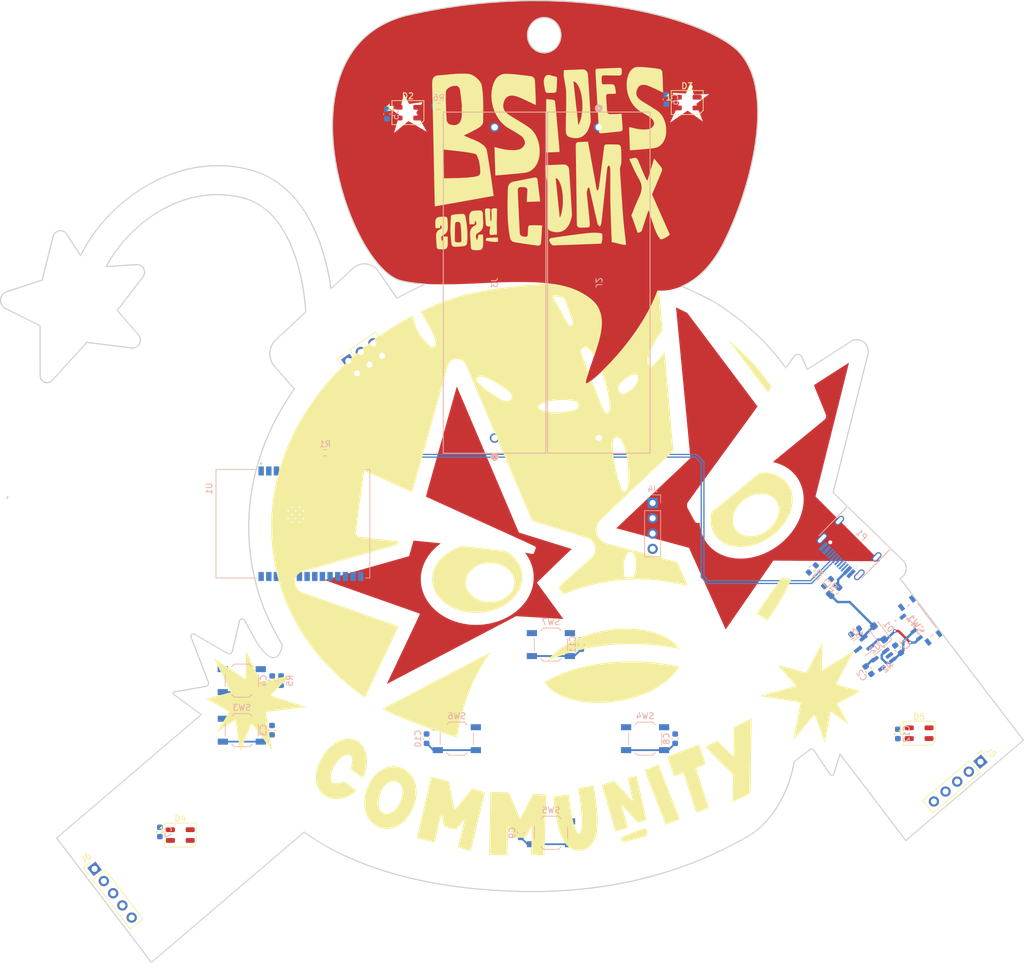
<source format=kicad_pcb>
(kicad_pcb (version 20240108) (generator "pcbnew") (generator_version "8.0")
  (layers (0 "F.Cu" signal) (31 "B.Cu" signal) (34 "B.Paste" user) (35 "F.Paste" user) (36 "B.SilkS" user "B.Silkscreen") (37 "F.SilkS" user "F.Silkscreen") (38 "B.Mask" user) (39 "F.Mask" user) (44 "Edge.Cuts" user))
  (net 0 "")
  (net 1 "GND")
  (net 2 "Net-(SW1-B)")
  (net 3 "+3V3")
  (net 4 "/BOOT")
  (net 5 "/EN")
  (net 6 "/GPIO1")
  (net 7 "/GPIO22")
  (net 8 "/GPIO15")
  (net 9 "/GPIO23")
  (net 10 "Net-(D1-K)")
  (net 11 "VBUS")
  (net 12 "Net-(D2-DOUT)")
  (net 13 "Net-(D2-DIN)")
  (net 14 "Net-(D3-DOUT)")
  (net 15 "Net-(D4-DOUT)")
  (net 17 "Net-(F1-Pad1)")
  (net 24 "Net-(J2-Pin_1)")
  (net 25 "+BATT")
  (net 26 "/SDA")
  (net 27 "/SCL")
  (net 28 "/D-")
  (net 29 "/D+")
  (net 30 "Net-(P1-VCONN)")
  (net 31 "Net-(P1-CC)")
  (net 32 "/PIN")
  (net 44 "/RX")
  (net 46 "/TX")
  (footprint "LED_SMD:LED_WS2812B-Mini_PLCC4_3.5x3.5mm" (layer "F.Cu") (at 203.65 142.64)
    (property "Reference" "D5")
    (property "Value" "WS2812B")
  )
  (footprint "Connector_PinHeader_2.54mm:PinHeader_1x05_P2.54mm_Vertical" (layer "F.Cu") (at 213.82169 147.370705 -49.509)
    (property "Reference" "J5")
    (property "Value" "Conn_01x05")
  )
  (footprint "LED_SMD:LED_WS2812B-Mini_PLCC4_3.5x3.5mm" (layer "F.Cu") (at 81.17 159.54)
    (property "Reference" "D4")
    (property "Value" "WS2812B")
  )
  (footprint "LED_SMD:LED_WS2812B-Mini_PLCC4_3.5x3.5mm" (layer "F.Cu") (at 118.9 39.72)
    (property "Reference" "D2")
    (property "Value" "WS2812B")
  )
  (footprint "LED_SMD:LED_WS2812B-Mini_PLCC4_3.5x3.5mm" (layer "F.Cu") (at 165.2 38.05)
    (property "Reference" "D3")
    (property "Value" "WS2812B")
  )
  (footprint "Connector_PinHeader_2.54mm:PinHeader_1x05_P2.54mm_Vertical" (layer "F.Cu") (at 66.954891 165.142758 37.296)
    (property "Reference" "J6")
    (property "Value" "Conn_01x05")
  )
  (footprint "Community:Badge Community_Bsides 2024 CDMX" (layer "F.Cu") (at 136.216261 100.87051)
    (property "Reference" "Ref**" (hide yes))
    (property "Value" "Val**" (hide yes))
  )
  (footprint "Connector_PinSocket_2.54mm:PinSocket_2x03_P2.54mm_Vertical" (layer "F.Cu") (at 109.009685 80.885955 125)
    (property "Reference" "J1")
    (property "Value" "Conn_02x03_Odd_Even")
  )
  (footprint "Capacitor_SMD:C_0603_1608Metric" (layer "B.Cu") (at 122 143.55 -90)
    (property "Reference" "C10")
    (property "Value" "0.1uF")
  )
  (footprint "Community:BATT_8BH-AA-A1AJ020_MYG" (layer "B.Cu") (at 150.54 42.13 90)
    (property "Reference" "J2")
    (property "Value" "Battery")
  )
  (footprint "Community:BATT_8BH-AA-A1AJ020_MYG" (layer "B.Cu") (at 133.27 93.690011 -90)
    (property "Reference" "J3")
    (property "Value" "Battery")
  )
  (footprint "Button_Switch_SMD:SW_SPST_TL3342" (layer "B.Cu") (at 91.37 142.14 180)
    (property "Reference" "SW3")
    (property "Value" "BOOT")
  )
  (footprint "Fuse:Fuse_0805_2012Metric" (layer "B.Cu") (at 189.55 119 -134.3)
    (property "Reference" "F1")
    (property "Value" "0.5A")
  )
  (footprint "Button_Switch_SMD:SW_SPST_TL3342" (layer "B.Cu") (at 127.01 143.55 180)
    (property "Reference" "SW6")
    (property "Value" "RESET")
  )
  (footprint "Capacitor_SMD:C_0603_1608Metric" (layer "B.Cu") (at 161.73 37.53 90)
    (property "Reference" "C6")
    (property "Value" "0.1uF")
  )
  (footprint "Resistor_SMD:R_0603_1608Metric" (layer "B.Cu") (at 105.165 96.13 180)
    (property "Reference" "R1")
    (property "Value" "3.3K")
  )
  (footprint "Capacitor_SMD:C_0603_1608Metric" (layer "B.Cu") (at 147.63 127.94 -90)
    (property "Reference" "C11")
    (property "Value" "0.1uF")
  )
  (footprint "Capacitor_SMD:C_0603_1608Metric" (layer "B.Cu") (at 200.15 128.7 127.4)
    (property "Reference" "C1")
    (property "Value" "10uF")
  )
  (footprint "bsides:MSK12C02" (layer "B.Cu") (at 203.835982 123.943418 -52.6)
    (property "Reference" "SW1")
    (property "Value" "ON" (hide yes))
  )
  (footprint "Button_Switch_SMD:SW_SPST_TL3342" (layer "B.Cu") (at 142.626711 159.154996 180)
    (property "Reference" "SW5")
    (property "Value" "~")
  )
  (footprint "Resistor_SMD:R_0603_1608Metric" (layer "B.Cu") (at 185.94 115.4 45.7)
    (property "Reference" "R3")
    (property "Value" "5k1")
  )
  (footprint "bsides:XCVR_ESP32-C6-WROOM-1-N8" (layer "B.Cu") (at 99.83 107.9 -90)
    (property "Reference" "U1")
    (property "Value" "ESP32-C6-WROOM-1U-N4")
  )
  (footprint "Resistor_SMD:R_0603_1608Metric" (layer "B.Cu") (at 193.037007 125.764694 -142.6)
    (property "Reference" "R2")
    (property "Value" "100K")
  )
  (footprint "Package_TO_SOT_SMD:SOT-23-5" (layer "B.Cu") (at 197.796353 130.43089 -142.6)
    (property "Reference" "U2")
    (property "Value" "AP2112K-3.3")
  )
  (footprint "bsides:Display OLED 128 x32" (layer "B.Cu") (at 159.47 104.45 180)
    (property "Reference" "J4")
    (property "Value" "OLED")
  )
  (footprint "Button_Switch_SMD:SW_SPST_TL3342" (layer "B.Cu") (at 158.22 143.55 180)
    (property "Reference" "SW4")
    (property "Value" "RESET")
  )
  (footprint "Package_TO_SOT_SMD:SOT-23" (layer "B.Cu") (at 194.267007 128.169694 -142.6)
    (property "Reference" "Q1")
    (property "Value" "DMG3415U-7")
  )
  (footprint "Capacitor_SMD:C_0603_1608Metric" (layer "B.Cu") (at 195.25 132.19 -52.6)
    (property "Reference" "C2")
    (property "Value" "10uF")
  )
  (footprint "Capacitor_SMD:C_0603_1608Metric" (layer "B.Cu") (at 77.79 159.02 90)
    (property "Reference" "C7")
    (property "Value" "0.1uF")
  )
  (footprint "Capacitor_SMD:C_0603_1608Metric" (layer "B.Cu") (at 200.12 142.765 90)
    (property "Reference" "C12")
    (property "Value" "0.1uF")
  )
  (footprint "Button_Switch_SMD:SW_SPST_TL3342" (layer "B.Cu") (at 91.36 133.92 180)
    (property "Reference" "SW2" (hide yes))
    (property "Value" "RESET")
  )
  (footprint "bsides:C393939" (layer "B.Cu") (at 190.633371 113.357279 -44.3)
    (property "Reference" "P1")
    (property "Value" "USB_C_Plug_USB2.0" (hide yes))
  )
  (footprint "Capacitor_SMD:C_0603_1608Metric" (layer "B.Cu") (at 96.37 142.14 -90)
    (property "Reference" "C3")
    (property "Value" "0.1uF")
  )
  (footprint "Resistor_SMD:R_0603_1608Metric" (layer "B.Cu") (at 188.46 117.66 45.7)
    (property "Reference" "R4")
    (property "Value" "5k1")
  )
  (footprint "Diode_SMD:D_SOD-123F" (layer "B.Cu") (at 196.986681 126.002513 127.4)
    (property "Reference" "D1")
    (property "Value" "MBR120")
  )
  (footprint "Button_Switch_SMD:SW_SPST_TL3342" (layer "B.Cu") (at 142.603289 127.945004 180)
    (property "Reference" "SW7")
    (property "Value" "~")
  )
  (footprint "Capacitor_SMD:C_0603_1608Metric" (layer "B.Cu") (at 137.61 159.16 -90)
    (property "Reference" "C9")
    (property "Value" "0.1uF")
  )
  (footprint "Capacitor_SMD:C_0603_1608Metric" (layer "B.Cu") (at 163.2 143.55 -90)
    (property "Reference" "C8")
    (property "Value" "0.1uF")
  )
  (footprint "Capacitor_SMD:C_0603_1608Metric" (layer "B.Cu") (at 96.4 133.92 -90)
    (property "Reference" "C4")
    (property "Value" "0.1uF")
  )
  (footprint "Capacitor_SMD:C_0603_1608Metric" (layer "B.Cu") (at 115.409752 39.95371 90)
    (property "Reference" "C5")
    (property "Value" "0.1uF")
  )
  (footprint "Resistor_SMD:R_0603_1608Metric" (layer "B.Cu") (at 97.87 133.92 90)
    (property "Reference" "R5")
    (property "Value" "10K")
  )
  (footprint "Resistor_SMD:R_0603_1608Metric" (layer "B.Cu") (at 124.019752 38.67371 180)
    (property "Reference" "R6")
    (property "Value" "470")
  )
  (gr_curve (pts (xy 119.200054 67.891138) (xy 119.043115 67.867397) (xy 118.88615 67.839723) (xy 118.732952 67.812022)) (stroke (width 0.2)) (layer "Edge.Cuts"))
  (gr_curve (pts (xy 92.877898 113.66701) (xy 91.506492 103.866106) (xy 94.058722 94.077061) (xy 100.067536 85.530422)) (stroke (width 0.2)) (layer "Edge.Cuts"))
  (gr_line (start 100.067536 85.530422) (end 96.775397 81.76753) (stroke (width 0.2)) (layer "Edge.Cuts"))
  (gr_curve (pts (xy 111.898315 64.804861) (xy 112.675559 64.86422) (xy 113.385562 65.244082) (xy 113.890026 65.873193)) (stroke (width 0.2)) (layer "Edge.Cuts"))
  (gr_line (start 62.333135 59.86682) (end 64.649967 63.427913) (stroke (width 0.2)) (layer "Edge.Cuts"))
  (gr_curve (pts (xy 200.972901 113.99543) (xy 201.484846 114.493986) (xy 201.649266 115.257639) (xy 201.395162 115.946113)) (stroke (width 0.2)) (layer "Edge.Cuts"))
  (gr_line (start 60.66651 160.024535) (end 84.630736 139.564069) (stroke (width 0.2)) (layer "Edge.Cuts"))
  (gr_curve (pts (xy 165.544103 67.891138) (xy 165.428262 67.962379) (xy 165.316139 68.02964) (xy 165.204042 68.088976)) (stroke (width 0.2)) (layer "Edge.Cuts"))
  (gr_curve (pts (xy 167.431194 66.490449) (xy 166.79219 67.068145) (xy 166.156927 67.527123) (xy 165.544103 67.891138)) (stroke (width 0.2)) (layer "Edge.Cuts"))
  (gr_curve (pts (xy 169.247285 64.512064) (xy 169.232337 64.535805) (xy 169.21739 64.555584) (xy 169.198706 64.575384)) (stroke (width 0.2)) (layer "Edge.Cuts"))
  (gr_line (start 106.166026 68.90409) (end 109.779524 65.556655) (stroke (width 0.2)) (layer "Edge.Cuts"))
  (gr_curve (pts (xy 171.074593 61.643406) (xy 171.048435 61.690887) (xy 171.026015 61.738364) (xy 170.999853 61.781908)) (stroke (width 0.2)) (layer "Edge.Cuts"))
  (gr_curve (pts (xy 168.115039 65.829672) (xy 168.040299 65.908812) (xy 167.961818 65.98399) (xy 167.887075 66.059173)) (stroke (width 0.2)) (layer "Edge.Cuts"))
  (gr_line (start 85.822778 134.163098) (end 82.952904 126.724351) (stroke (width 0.2)) (layer "Edge.Cuts"))
  (gr_line (start 84.630736 139.564069) (end 80.071812 136.196854) (stroke (width 0.2)) (layer "Edge.Cuts"))
  (gr_curve (pts (xy 117.070063 70.47096) (xy 118.037911 69.948662) (xy 120.687301 68.638975) (xy 121.714927 68.160218)) (stroke (width 0.2)) (layer "Edge.Cuts"))
  (gr_line (start 188.92539 149.511397) (end 186.227398 145.51111) (stroke (width 0.2)) (layer "Edge.Cuts"))
  (gr_curve (pts (xy 74.410541 78.0363) (xy 74.171381 78.530896) (xy 73.663177 78.819756) (xy 73.147496 78.752475)) (stroke (width 0.2)) (layer "Edge.Cuts"))
  (gr_curve (pts (xy 101.973325 72.765882) (xy 101.969588 72.603666) (xy 101.315641 56.519385) (xy 91.704529 53.903967)) (stroke (width 0.2)) (layer "Edge.Cuts"))
  (gr_curve (pts (xy 170.020806 71.337492) (xy 174.673151 74.281329) (xy 178.548233 77.905746) (xy 181.537689 82.040551)) (stroke (width 0.2)) (layer "Edge.Cuts"))
  (gr_curve (pts (xy 64.649967 63.427913) (xy 66.813578 58.956767) (xy 70.56162 54.889195) (xy 75.113063 52.119456)) (stroke (width 0.2)) (layer "Edge.Cuts"))
  (gr_line (start 195.143447 79.864328) (end 189.388759 102.726556) (stroke (width 0.2)) (layer "Edge.Cuts"))
  (gr_curve (pts (xy 121.714927 68.160218) (xy 121.232884 68.128564) (xy 120.762041 68.088976) (xy 120.298679 68.037558)) (stroke (width 0.2)) (layer "Edge.Cuts"))
  (gr_line (start 80.157774 135.789319) (end 85.452837 134.863431) (stroke (width 0.2)) (layer "Edge.Cuts"))
  (gr_curve (pts (xy 173.163461 29.071271) (xy 179.93086 34.903546) (xy 176.388336 50.789986) (xy 171.418373 60.96679)) (stroke (width 0.2)) (layer "Edge.Cuts"))
  (gr_line (start 97.007077 77.387386) (end 101.973325 72.765882) (stroke (width 0.2)) (layer "Edge.Cuts"))
  (gr_curve (pts (xy 194.452143 77.759322) (xy 195.068726 78.249981) (xy 195.341506 79.072974) (xy 195.143447 79.864328)) (stroke (width 0.2)) (layer "Edge.Cuts"))
  (gr_curve (pts (xy 141.393039 23.939356) (xy 142.921384 23.883954) (xy 144.203109 25.146163) (xy 144.259173 26.764494)) (stroke (width 0.2)) (layer "Edge.Cuts"))
  (gr_curve (pts (xy 61.073827 59.308927) (xy 61.56335 59.217906) (xy 62.052873 59.439485) (xy 62.333135 59.86682)) (stroke (width 0.2)) (layer "Edge.Cuts"))
  (gr_curve (pts (xy 141.59108 29.795368) (xy 140.062732 29.854727) (xy 138.781006 28.588557) (xy 138.728687 26.97023)) (stroke (width 0.2)) (layer "Edge.Cuts"))
  (gr_curve (pts (xy 90.979586 124.045633) (xy 91.076747 123.626216) (xy 91.611108 123.543116) (xy 91.81663 123.919013)) (stroke (width 0.2)) (layer "Edge.Cuts"))
  (gr_curve (pts (xy 119.271054 23.452654) (xy 145.268114 17.64808) (xy 167.244349 23.967054) (xy 173.163461 29.071271)) (stroke (width 0.2)) (layer "Edge.Cuts"))
  (gr_curve (pts (xy 75.113063 52.119456) (xy 80.759394 48.681023) (xy 87.055925 47.656232) (xy 92.840537 49.231018)) (stroke (width 0.2)) (layer "Edge.Cuts"))
  (gr_curve (pts (xy 93.954102 127.780824) (xy 96.797818 131.935433) (xy 97.780602 129.593009) (xy 98.105705 128.041959)) (stroke (width 0.2)) (layer "Edge.Cuts"))
  (gr_curve (pts (xy 170.999853 61.781908) (xy 170.932594 61.912466) (xy 170.861591 62.039083) (xy 170.786851 62.165703)) (stroke (width 0.2)) (layer "Edge.Cuts"))
  (gr_line (start 73.147496 78.752475) (end 65.662634 77.826603) (stroke (width 0.2)) (layer "Edge.Cuts"))
  (gr_curve (pts (xy 58.663574 84.41857) (xy 58.218892 84.232613) (xy 57.93489 83.785495) (xy 57.93489 83.27902)) (stroke (width 0.2)) (layer "Edge.Cuts"))
  (gr_curve (pts (xy 101.992013 159.260882) (xy 101.894852 159.189664) (xy 101.797691 159.118443) (xy 101.70053 159.043264)) (stroke (width 0.2)) (layer "Edge.Cuts"))
  (gr_curve (pts (xy 59.171778 84.509568) (xy 59.003617 84.517481) (xy 58.827998 84.489784) (xy 58.663574 84.41857)) (stroke (width 0.2)) (layer "Edge.Cuts"))
  (gr_line (start 118.732952 67.812022) (end 118.714268 67.812022) (stroke (width 0.2)) (layer "Edge.Cuts"))
  (gr_line (start 185.083931 82.32149) (end 192.35205 77.652505) (stroke (width 0.2)) (layer "Edge.Cuts"))
  (gr_line (start 190.528478 146.104626) (end 189.497112 149.420399) (stroke (width 0.2)) (layer "Edge.Cuts"))
  (gr_line (start 91.81663 123.919013) (end 93.954102 127.780824) (stroke (width 0.2)) (layer "Edge.Cuts"))
  (gr_curve (pts (xy 170.786851 62.165703) (xy 170.45801 62.759219) (xy 170.117967 63.301296) (xy 169.770447 63.799849)) (stroke (width 0.2)) (layer "Edge.Cuts"))
  (gr_line (start 76.383574 180.659075) (end 60.66651 160.024535) (stroke (width 0.2)) (layer "Edge.Cuts"))
  (gr_curve (pts (xy 85.452837 134.863431) (xy 85.75926 134.808056) (xy 85.938619 134.467754) (xy 85.822778 134.163098)) (stroke (width 0.2)) (layer "Edge.Cuts"))
  (gr_curve (pts (xy 137.446961 168.87979) (xy 120.631271 168.484113) (xy 109.125588 164.321583) (xy 101.992013 159.260882)) (stroke (width 0.2)) (layer "Edge.Cuts"))
  (gr_curve (pts (xy 109.779524 65.556655) (xy 110.366208 65.014578) (xy 111.117313 64.745521) (xy 111.898315 64.804861)) (stroke (width 0.2)) (layer "Edge.Cuts"))
  (gr_curve (pts (xy 52.180199 72.180284) (xy 51.657036 71.915188) (xy 51.343132 71.34541) (xy 51.384256 70.732118)) (stroke (width 0.2)) (layer "Edge.Cuts"))
  (gr_curve (pts (xy 182.950196 80.10571) (xy 183.297739 79.622972) (xy 184.007724 79.717931) (xy 184.239403 80.275847)) (stroke (width 0.2)) (layer "Edge.Cuts"))
  (gr_curve (pts (xy 59.937822 84.129734) (xy 59.72856 84.359234) (xy 59.45578 84.489788) (xy 59.171778 84.509568)) (stroke (width 0.2)) (layer "Edge.Cuts"))
  (gr_curve (pts (xy 186.227398 145.51111) (xy 186.062978 145.269751) (xy 185.745356 145.214353) (xy 185.517395 145.388451)) (stroke (width 0.2)) (layer "Edge.Cuts"))
  (gr_curve (pts (xy 182.927783 147.358914) (xy 182.075799 152.653072) (xy 179.048963 157.567377) (xy 175.293463 159.727781)) (stroke (width 0.2)) (layer "Edge.Cuts"))
  (gr_curve (pts (xy 200.685159 116.824528) (xy 200.610419 116.872009) (xy 200.53196 116.911565) (xy 200.449739 116.947188)) (stroke (width 0.2)) (layer "Edge.Cuts"))
  (gr_line (start 57.923691 75.068722) (end 52.180199 72.180284) (stroke (width 0.2)) (layer "Edge.Cuts"))
  (gr_curve (pts (xy 168.342982 65.588313) (xy 168.268241 65.67139) (xy 168.189761 65.750529) (xy 168.115039 65.829672)) (stroke (width 0.2)) (layer "Edge.Cuts"))
  (gr_curve (pts (xy 117.80248 67.618144) (xy 108.968641 65.501256) (xy 96.610974 28.513378) (xy 119.271054 23.452654)) (stroke (width 0.2)) (layer "Edge.Cuts"))
  (gr_curve (pts (xy 118.306943 67.728922) (xy 118.135064 67.693311) (xy 117.966904 67.657704) (xy 117.80248 67.618144)) (stroke (width 0.2)) (layer "Edge.Cuts"))
  (gr_curve (pts (xy 96.775397 81.76753) (xy 96.244776 81.154235) (xy 95.975714 80.35892) (xy 96.020552 79.52801)) (stroke (width 0.2)) (layer "Edge.Cuts"))
  (gr_curve (pts (xy 96.020552 79.52801) (xy 96.065417 78.697096) (xy 96.416678 77.937381) (xy 97.007077 77.387386)) (stroke (width 0.2)) (layer "Edge.Cuts"))
  (gr_curve (pts (xy 138.728687 26.97023) (xy 138.672627 25.35586) (xy 139.868413 23.998692) (xy 141.393039 23.939356)) (stroke (width 0.2)) (layer "Edge.Cuts"))
  (gr_line (start 89.806243 129.003454) (end 90.979586 124.045633) (stroke (width 0.2)) (layer "Edge.Cuts"))
  (gr_line (start 65.662634 77.826603) (end 59.937822 84.129734) (stroke (width 0.2)) (layer "Edge.Cuts"))
  (gr_line (start 52.370758 69.422427) (end 58.271212 67.487563) (stroke (width 0.2)) (layer "Edge.Cuts"))
  (gr_curve (pts (xy 167.887075 66.059173) (xy 167.808616 66.138288) (xy 167.730136 66.213467) (xy 167.651655 66.28865)) (stroke (width 0.2)) (layer "Edge.Cuts"))
  (gr_curve (pts (xy 82.952904 126.724351) (xy 82.814642 126.360336) (xy 83.184587 126.012136) (xy 83.509686 126.202077)) (stroke (width 0.2)) (layer "Edge.Cuts"))
  (gr_line (start 57.93489 83.27902) (end 57.923691 75.068722) (stroke (width 0.2)) (layer "Edge.Cuts"))
  (gr_curve (pts (xy 51.384256 70.732118) (xy 51.429098 70.118799) (xy 51.813975 69.604423) (xy 52.370758 69.422427)) (stroke (width 0.2)) (layer "Edge.Cuts"))
  (gr_curve (pts (xy 73.969596 64.911702) (xy 74.444157 64.880047) (xy 74.888839 65.145163) (xy 75.105582 65.592254)) (stroke (width 0.2)) (layer "Edge.Cuts"))
  (gr_curve (pts (xy 175.293463 159.727781) (xy 166.863197 164.574824) (xy 154.673694 169.287326) (xy 137.446961 168.87979)) (stroke (width 0.2)) (layer "Edge.Cuts"))
  (gr_curve (pts (xy 118.714268 67.812022) (xy 118.576005 67.784325) (xy 118.441465 67.756623) (xy 118.306943 67.728922)) (stroke (width 0.2)) (layer "Edge.Cuts"))
  (gr_curve (pts (xy 165.204042 68.088976) (xy 164.920039 68.247255) (xy 164.63606 68.385734) (xy 164.363257 68.504457)) (stroke (width 0.2)) (layer "Edge.Cuts"))
  (gr_curve (pts (xy 169.770447 63.799849) (xy 169.598546 64.049126) (xy 169.422926 64.286524) (xy 169.247285 64.512064)) (stroke (width 0.2)) (layer "Edge.Cuts"))
  (gr_curve (pts (xy 91.704529 53.903967) (xy 81.652498 51.165891) (xy 72.452447 58.383035) (xy 68.898728 65.248019)) (stroke (width 0.2)) (layer "Edge.Cuts"))
  (gr_line (start 113.890026 65.873193) (end 117.070063 70.47096) (stroke (width 0.2)) (layer "Edge.Cuts"))
  (gr_curve (pts (xy 201.395162 115.946113) (xy 201.253163 116.325971) (xy 201.002777 116.63065) (xy 200.685159 116.824528)) (stroke (width 0.2)) (layer "Edge.Cuts"))
  (gr_curve (pts (xy 171.418373 60.96679) (xy 171.358595 61.085513) (xy 171.302532 61.204212) (xy 171.242754 61.318947)) (stroke (width 0.2)) (layer "Edge.Cuts"))
  (gr_curve (pts (xy 98.105705 128.041959) (xy 94.981728 122.898158) (xy 93.965301 118.78707) (xy 93.965301 118.78707)) (stroke (width 0.2)) (layer "Edge.Cuts"))
  (gr_curve (pts (xy 168.813825 65.054137) (xy 168.735344 65.149096) (xy 168.653145 65.244078) (xy 168.570924 65.335076)) (stroke (width 0.2)) (layer "Edge.Cuts"))
  (gr_line (start 58.271212 67.487563) (end 60.068622 60.286238) (stroke (width 0.2)) (layer "Edge.Cuts"))
  (gr_line (start 181.537689 82.040551) (end 182.950196 80.10571) (stroke (width 0.2)) (layer "Edge.Cuts"))
  (gr_curve (pts (xy 164.363257 68.504457) (xy 165.895368 69.256227) (xy 168.582142 70.427443) (xy 170.020806 71.337492)) (stroke (width 0.2)) (layer "Edge.Cuts"))
  (gr_curve (pts (xy 120.298679 68.037558) (xy 120.085677 68.017774) (xy 119.872678 67.990053) (xy 119.667157 67.958418)) (stroke (width 0.2)) (layer "Edge.Cuts"))
  (gr_curve (pts (xy 119.667157 67.958418) (xy 119.510218 67.938635) (xy 119.353253 67.914898) (xy 119.200054 67.891138)) (stroke (width 0.2)) (layer "Edge.Cuts"))
  (gr_curve (pts (xy 189.497112 149.420399) (xy 189.414913 149.689456) (xy 189.078588 149.740898) (xy 188.92539 149.511397)) (stroke (width 0.2)) (layer "Edge.Cuts"))
  (gr_curve (pts (xy 92.840537 49.231018) (xy 102.418007 51.838541) (xy 105.302824 62.988715) (xy 106.166026 68.90409)) (stroke (width 0.2)) (layer "Edge.Cuts"))
  (gr_curve (pts (xy 88.965459 129.391233) (xy 89.298017 129.585111) (xy 89.712823 129.39519) (xy 89.806243 129.003454)) (stroke (width 0.2)) (layer "Edge.Cuts"))
  (gr_line (start 74.974801 66.969226) (end 70.714819 72.520562) (stroke (width 0.2)) (layer "Edge.Cuts"))
  (gr_curve (pts (xy 93.965301 118.78707) (xy 93.487 117.121286) (xy 93.120799 115.411957) (xy 92.877898 113.66701)) (stroke (width 0.2)) (layer "Edge.Cuts"))
  (gr_line (start 185.517395 145.388451) (end 182.927783 147.358914) (stroke (width 0.2)) (layer "Edge.Cuts"))
  (gr_line (start 70.714819 72.520562) (end 74.212478 76.536692) (stroke (width 0.2)) (layer "Edge.Cuts"))
  (gr_line (start 220.931242 143.797825) (end 201.44 160.44) (stroke (width 0.2)) (layer "Edge.Cuts"))
  (gr_curve (pts (xy 169.198706 64.575384) (xy 169.071665 64.741561) (xy 168.940865 64.899819) (xy 168.813825 65.054137)) (stroke (width 0.2)) (layer "Edge.Cuts"))
  (gr_line (start 200.449739 116.947188) (end 220.931242 143.797825) (stroke (width 0.2)) (layer "Edge.Cuts"))
  (gr_curve (pts (xy 52.591889 103.349108) (xy 52.535628 103.475251) (xy 52.482862 103.601369) (xy 52.426601 103.723274)) (stroke (width 0.2)) (layer "Edge.Cuts"))
  (gr_curve (pts (xy 144.259173 26.764494) (xy 144.311492 28.382801) (xy 143.119447 29.739969) (xy 141.59108 29.795368)) (stroke (width 0.2)) (layer "Edge.Cuts"))
  (gr_line (start 189.388759 102.726556) (end 200.972901 113.99543) (stroke (width 0.2)) (layer "Edge.Cuts"))
  (gr_line (start 101.70053 159.043264) (end 76.383574 180.659075) (stroke (width 0.2)) (layer "Edge.Cuts"))
  (gr_line (start 184.239403 80.275847) (end 185.083931 82.32149) (stroke (width 0.2)) (layer "Edge.Cuts"))
  (gr_curve (pts (xy 192.35205 77.652505) (xy 193.009734 77.225166) (xy 193.835556 77.268686) (xy 194.452143 77.759322)) (stroke (width 0.2)) (layer "Edge.Cuts"))
  (gr_curve (pts (xy 60.068622 60.286238) (xy 60.195663 59.779759) (xy 60.588044 59.395964) (xy 61.073827 59.308927)) (stroke (width 0.2)) (layer "Edge.Cuts"))
  (gr_curve (pts (xy 168.570924 65.335076) (xy 168.492443 65.422113) (xy 168.417725 65.505213) (xy 168.342982 65.588313)) (stroke (width 0.2)) (layer "Edge.Cuts"))
  (gr_curve (pts (xy 167.651655 66.28865) (xy 167.576937 66.355931) (xy 167.505938 66.423192) (xy 167.431194 66.490449)) (stroke (width 0.2)) (layer "Edge.Cuts"))
  (gr_curve (pts (xy 75.105582 65.592254) (xy 75.326066 66.035436) (xy 75.273743 66.57751) (xy 74.974801 66.969226)) (stroke (width 0.2)) (layer "Edge.Cuts"))
  (gr_curve (pts (xy 80.071812 136.196854) (xy 79.914873 136.082116) (xy 79.967192 135.820981) (xy 80.157774 135.789319)) (stroke (width 0.2)) (layer "Edge.Cuts"))
  (gr_line (start 201.44 160.44) (end 190.528478 146.104626) (stroke (width 0.2)) (layer "Edge.Cuts"))
  (gr_curve (pts (xy 171.242754 61.318947) (xy 171.186694 61.429748) (xy 171.130631 61.536565) (xy 171.074593 61.643406)) (stroke (width 0.2)) (layer "Edge.Cuts"))
  (gr_line (start 68.898728 65.248019) (end 73.969596 64.911702) (stroke (width 0.2)) (layer "Edge.Cuts"))
  (gr_curve (pts (xy 74.212478 76.536692) (xy 74.56748 76.94029) (xy 74.645961 77.545664) (xy 74.410541 78.0363)) (stroke (width 0.2)) (layer "Edge.Cuts"))
  (gr_line (start 83.509686 126.202077) (end 88.965459 129.391233) (stroke (width 0.2)) (layer "Edge.Cuts"))
  (segment (start 201.03 128.91) (end 200.624329 129.315671) (width 0.4) (layer "B.Cu") (net 2))
  (segment (start 199.441693 130.494694) (end 200.620716 129.315671) (width 0.4) (layer "B.Cu") (net 2))
  (segment (start 197.45 129.658299) (end 197.45 130.27) (width 0.4) (layer "B.Cu") (net 2))
  (segment (start 200.624329 129.315671) (end 200.620716 129.315671) (width 0.4) (layer "B.Cu") (net 2))
  (segment (start 198.771701 131) (end 199.277007 130.494694) (width 0.4) (layer "B.Cu") (net 2))
  (segment (start 198.18 131) (end 198.771701 131) (width 0.4) (layer "B.Cu") (net 2))
  (segment (start 198.122993 128.985306) (end 197.45 129.658299) (width 0.4) (layer "B.Cu") (net 2))
  (segment (start 201.03 127.445371) (end 201.03 128.91) (width 0.4) (layer "B.Cu") (net 2))
  (segment (start 199.277007 130.494694) (end 199.441693 130.494694) (width 0.4) (layer "B.Cu") (net 2))
  (segment (start 202.782126 125.693245) (end 201.03 127.445371) (width 0.4) (layer "B.Cu") (net 2))
  (segment (start 197.45 130.27) (end 198.18 131) (width 0.4) (layer "B.Cu") (net 2))
  (segment (start 196.315699 130.367086) (end 195.986527 130.367086) (width 0.4) (layer "B.Cu") (net 3))
  (segment (start 195.986527 130.367086) (end 194.779284 131.574329) (width 0.4) (layer "B.Cu") (net 3))
  (segment (start 88.22 144.04) (end 94.52 144.04) (width 0.3) (layer "B.Cu") (net 4))
  (segment (start 95.645 142.915) (end 94.52 144.04) (width 0.3) (layer "B.Cu") (net 4))
  (segment (start 96.37 142.915) (end 95.645 142.915) (width 0.3) (layer "B.Cu") (net 4))
  (segment (start 96.45 134.745) (end 96.4 134.695) (width 0.3) (layer "B.Cu") (net 5))
  (segment (start 96.4 134.695) (end 95.635 134.695) (width 0.3) (layer "B.Cu") (net 5))
  (segment (start 88.21 135.82) (end 94.51 135.82) (width 0.3) (layer "B.Cu") (net 5))
  (segment (start 97.87 134.745) (end 96.45 134.745) (width 0.3) (layer "B.Cu") (net 5))
  (segment (start 95.635 134.695) (end 94.51 135.82) (width 0.3) (layer "B.Cu") (net 5))
  (segment (start 161.37 145.45) (end 162.075 145.45) (width 0.3) (layer "B.Cu") (net 6))
  (segment (start 162.075 145.45) (end 163.2 144.325) (width 0.3) (layer "B.Cu") (net 6))
  (segment (start 155.07 145.45) (end 161.37 145.45) (width 0.3) (layer "B.Cu") (net 6))
  (segment (start 138.729996 161.054996) (end 137.61 159.935) (width 0.3) (layer "B.Cu") (net 7))
  (segment (start 139.476711 161.054996) (end 138.729996 161.054996) (width 0.3) (layer "B.Cu") (net 7))
  (segment (start 139.476711 161.054996) (end 145.776711 161.054996) (width 0.3) (layer "B.Cu") (net 7))
  (segment (start 130.16 145.45) (end 123.86 145.45) (width 0.3) (layer "B.Cu") (net 8))
  (segment (start 123.125 145.45) (end 122 144.325) (width 0.3) (layer "B.Cu") (net 8))
  (segment (start 123.86 145.45) (end 123.125 145.45) (width 0.3) (layer "B.Cu") (net 8))
  (segment (start 145.753289 129.845004) (end 139.453289 129.845004) (width 0.3) (layer "B.Cu") (net 9))
  (segment (start 146.499996 129.845004) (end 147.63 128.715) (width 0.3) (layer "B.Cu") (net 9))
  (segment (start 145.753289 129.845004) (end 146.499996 129.845004) (width 0.3) (layer "B.Cu") (net 9))
  (segment (start 200.25 125.71) (end 202.15 127.61) (width 0.4) (layer "F.Cu") (net 10))
  (segment (start 199.61 125.71) (end 200.25 125.71) (width 0.4) (layer "F.Cu") (net 10))
  (via (at 199.61 125.71) (size 0.6) (drill 0.3) (layers "F.Cu" "B.Cu") (net 10))
  (via (at 202.15 127.61) (size 0.6) (drill 0.3) (layers "F.Cu" "B.Cu") (net 10))
  (segment (start 198.205306 127.114694) (end 199.61 125.71) (width 0.4) (layer "B.Cu") (net 10))
  (segment (start 197.837007 127.114694) (end 196.829057 127.114694) (width 0.4) (layer "B.Cu") (net 10))
  (segment (start 196.829057 127.114694) (end 195.588778 128.354973) (width 0.4) (layer "B.Cu") (net 10))
  (segment (start 202.15 127.61) (end 202.968054 127.61) (width 0.4) (layer "B.Cu") (net 10))
  (segment (start 197.837007 127.114694) (end 198.205306 127.114694) (width 0.4) (layer "B.Cu") (net 10))
  (segment (start 202.968054 127.61) (end 203.693189 126.884865) (width 0.4) (layer "B.Cu") (net 10))
  (segment (start 190.114274 120.89) (end 192.136023 120.89) (width 0.4) (layer "B.Cu") (net 11))
  (segment (start 193.692399 126.10322) (end 194.434764 126.845585) (width 0.4) (layer "B.Cu") (net 11))
  (segment (start 194.434764 126.845585) (end 194.434764 126.591923) (width 0.4) (layer "B.Cu") (net 11))
  (segment (start 193.692399 125.263609) (end 193.692399 126.10322) (width 0.4) (layer "B.Cu") (net 11))
  (segment (start 194.434764 126.591923) (end 196.136355 124.890332) (width 0.4) (layer "B.Cu") (net 11))
  (segment (start 192.136023 120.89) (end 196.136355 124.890332) (width 0.4) (layer "B.Cu") (net 11))
  (segment (start 188.895236 119.670962) (end 190.114274 120.89) (width 0.4) (layer "B.Cu") (net 11))
  (segment (start 190.204764 117.193999) (end 190.204764 118.329038) (width 0.4) (layer "B.Cu") (net 17))
  (segment (start 191.774842 115.623921) (end 190.204764 117.193999) (width 0.4) (layer "B.Cu") (net 17))
  (segment (start 166.7432 96.405) (end 167.975 97.6368) (width 0.2) (layer "B.Cu") (net 28))
  (segment (start 111.1568 96.405) (end 166.7432 96.405) (width 0.2) (layer "B.Cu") (net 28))
  (segment (start 168.7432 117.355) (end 185.620335 117.355) (width 0.2) (layer "B.Cu") (net 28))
  (segment (start 109.81 99.15) (end 109.81 98.85) (width 0.2) (layer "B.Cu") (net 28))
  (segment (start 167.975 97.6368) (end 167.975 116.5868) (width 0.2) (layer "B.Cu") (net 28))
  (segment (start 189.52041 113.454925) (end 189.52041 113.423913) (width 0.2) (layer "B.Cu") (net 28))
  (segment (start 110.22 97.3418) (end 111.1568 96.405) (width 0.2) (layer "B.Cu") (net 28))
  (segment (start 167.975 116.5868) (end 168.7432 117.355) (width 0.2) (layer "B.Cu") (net 28))
  (segment (start 110.22 98.44) (end 110.22 97.3418) (width 0.2) (layer "B.Cu") (net 28))
  (segment (start 185.620335 117.355) (end 189.52041 113.454925) (width 0.2) (layer "B.Cu") (net 28))
  (segment (start 109.81 98.85) (end 110.22 98.44) (width 0.2) (layer "B.Cu") (net 28))
  (segment (start 111.08 98.85) (end 110.67 98.44) (width 0.2) (layer "B.Cu") (net 29))
  (segment (start 189.838609 113.773124) (end 189.878253 113.773124) (width 0.2) (layer "B.Cu") (net 29))
  (segment (start 110.67 97.5282) (end 111.3432 96.855) (width 0.2) (layer "B.Cu") (net 29))
  (segment (start 166.5568 96.855) (end 167.525 97.8232) (width 0.2) (layer "B.Cu") (net 29))
  (segment (start 167.525 116.7732) (end 168.5568 117.805) (width 0.2) (layer "B.Cu") (net 29))
  (segment (start 167.525 97.8232) (end 167.525 116.7732) (width 0.2) (layer "B.Cu") (net 29))
  (segment (start 111.3432 96.855) (end 166.5568 96.855) (width 0.2) (layer "B.Cu") (net 29))
  (segment (start 111.08 99.15) (end 111.08 98.85) (width 0.2) (layer "B.Cu") (net 29))
  (segment (start 168.5568 117.805) (end 185.806733 117.805) (width 0.2) (layer "B.Cu") (net 29))
  (segment (start 110.67 98.44) (end 110.67 97.5282) (width 0.2) (layer "B.Cu") (net 29))
  (segment (start 185.806733 117.805) (end 189.838609 113.773124) (width 0.2) (layer "B.Cu") (net 29))
)
</source>
